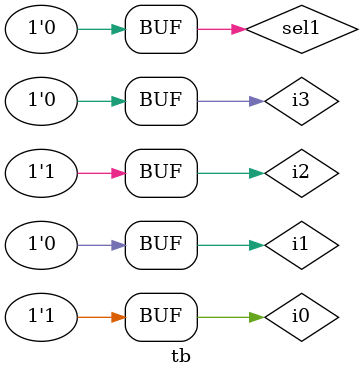
<source format=v>
module tb;
  reg sel0,sel1;
  reg i0,i1,i2,i3;
  wire y;
  
  mux_4_1 mux(sel0,sel1, i0, i1, i2, i3, y);
  
  initial begin
    $monitor("sel0 = %b ,sel1 = %b, i3 = %0b, i2 = %0b ,i1 = %0b, i0 = %0b -> y = %0b", sel0,sel1,i3,i2,i1,i0, y);
    {i3,i2,i1,i0} = 4'h5;
    repeat(10) begin
      {sel1,sel0} = $random;
      #5;
    end
  end

  initial
    begin
      $dumpfile("mux_4_1.vcd");
      $dumpvars(1);
    end
endmodule

</source>
